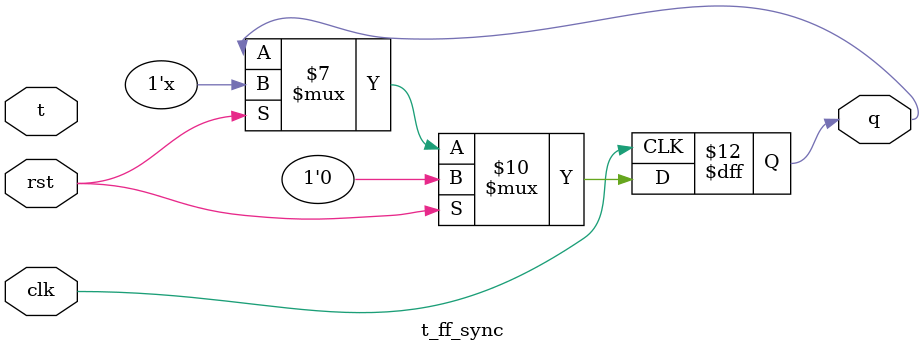
<source format=v>
module t_ff_sync(
input t, clk, rst,
output reg q);
always @(posedge clk)
begin
	if(rst)
	q=1'b0;
	else if(t)
	q=-q;
	else
	q=q;
end 
endmodule

</source>
